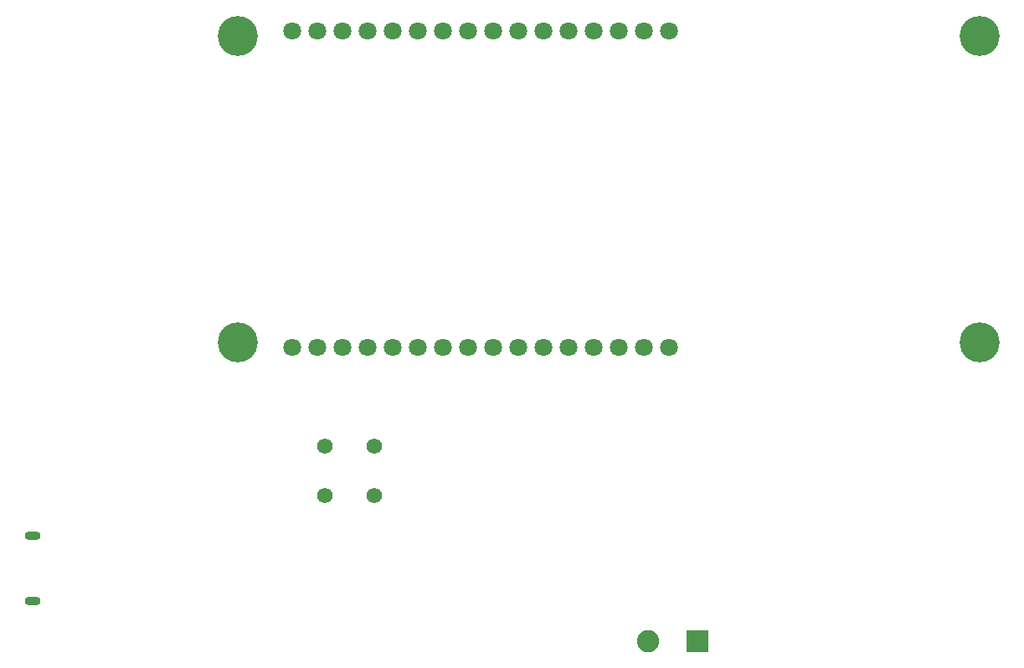
<source format=gbr>
%TF.GenerationSoftware,Altium Limited,Altium Designer,24.6.1 (21)*%
G04 Layer_Color=255*
%FSLAX45Y45*%
%MOMM*%
%TF.SameCoordinates,D6E34864-ACFE-43FA-A01B-F9739AC3D18D*%
%TF.FilePolarity,Positive*%
%TF.FileFunction,Pads,Bot*%
%TF.Part,Single*%
G01*
G75*
%TA.AperFunction,ComponentPad*%
%ADD36C,4.05000*%
%ADD37C,1.80000*%
%ADD38O,1.60000X0.90000*%
%ADD39C,1.57480*%
%ADD40C,2.25000*%
%ADD41R,2.25000X2.25000*%
D36*
X3834610Y9627010D02*
D03*
X-3665390D02*
D03*
X3834610Y6527010D02*
D03*
X-3665390D02*
D03*
D37*
X694610Y6477010D02*
D03*
X440610D02*
D03*
X186610D02*
D03*
X-67390D02*
D03*
X-321390D02*
D03*
X-575390D02*
D03*
X-829390D02*
D03*
X-1083390D02*
D03*
X-1337390D02*
D03*
X-1591390D02*
D03*
X-1845390D02*
D03*
X-2099390D02*
D03*
X-2353390D02*
D03*
X-2607390D02*
D03*
X-2861390D02*
D03*
X-3115390D02*
D03*
X694610Y9677010D02*
D03*
X440610D02*
D03*
X186610D02*
D03*
X-67390D02*
D03*
X-321390D02*
D03*
X-575390D02*
D03*
X-829390D02*
D03*
X-1083390D02*
D03*
X-1337390D02*
D03*
X-1591390D02*
D03*
X-1845390D02*
D03*
X-2099390D02*
D03*
X-2353390D02*
D03*
X-2607390D02*
D03*
X-2861390D02*
D03*
X-3115390D02*
D03*
D38*
X-5746190Y4571010D02*
D03*
Y3911010D02*
D03*
D39*
X-2786790Y4972911D02*
D03*
X-2286790D02*
D03*
Y5472910D02*
D03*
X-2786790D02*
D03*
D40*
X481810Y3504410D02*
D03*
D41*
X981810D02*
D03*
%TF.MD5,1ac8abb45439fe161b181ec62fe85683*%
M02*

</source>
